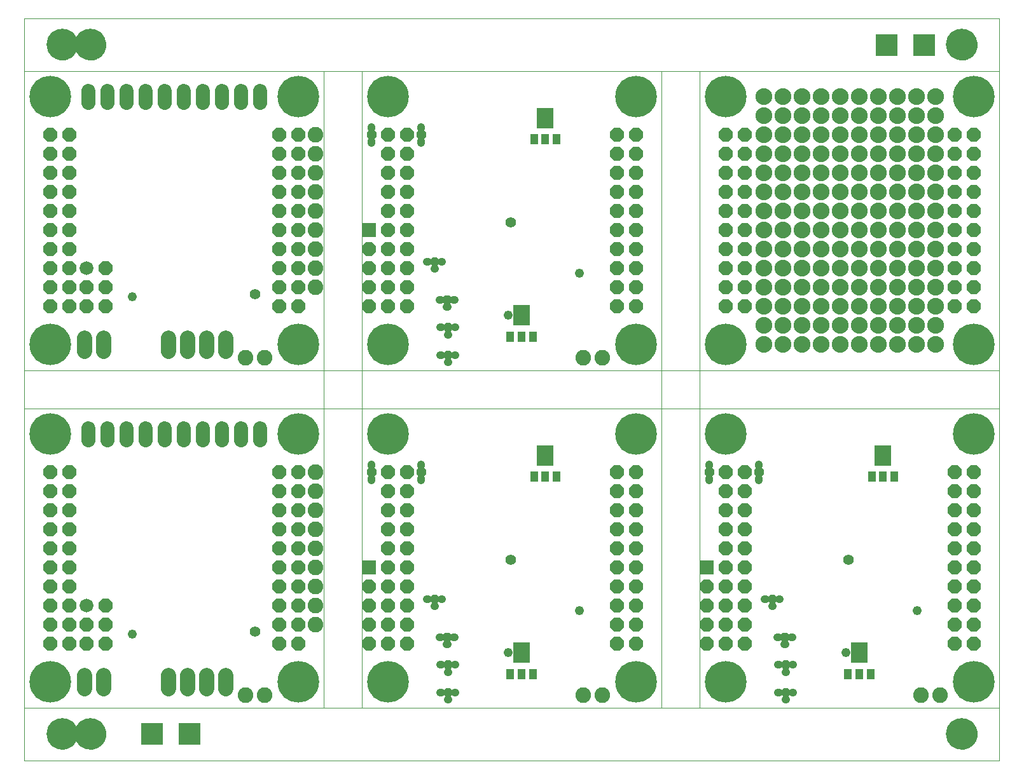
<source format=gbr>
G75*
%MOIN*%
%OFA0B0*%
%FSLAX24Y24*%
%IPPOS*%
%LPD*%
%AMOC8*
5,1,8,0,0,1.08239X$1,22.5*
%
%ADD10C,0.0010*%
%ADD11C,0.0000*%
%ADD12C,0.1655*%
%ADD13R,0.1181X0.1181*%
%ADD14R,0.0720X0.0720*%
%ADD15OC8,0.0720*%
%ADD16C,0.2180*%
%ADD17C,0.0820*%
%ADD18R,0.0395X0.0552*%
%ADD19R,0.0867X0.1064*%
%ADD20R,0.0394X0.0551*%
%ADD21C,0.0395*%
%ADD22C,0.0197*%
%ADD23C,0.0792*%
%ADD24C,0.0720*%
%ADD25C,0.0720*%
%ADD26C,0.0480*%
%ADD27C,0.0560*%
%ADD28C,0.0880*%
D10*
X000233Y000105D02*
X000233Y002865D01*
X035633Y002865D01*
X035633Y018565D01*
X035633Y020565D01*
X033633Y020565D01*
X033633Y018565D01*
X035633Y018565D01*
X051333Y018565D01*
X051333Y020565D01*
X051333Y036265D01*
X035633Y036265D01*
X035633Y020565D01*
X051333Y020565D01*
X051333Y018565D02*
X051333Y002865D01*
X051333Y000105D01*
X000233Y000105D01*
X000233Y002865D02*
X000233Y018565D01*
X015933Y018565D01*
X015933Y020565D01*
X000233Y020565D01*
X000233Y018565D01*
X000233Y020565D02*
X000233Y036265D01*
X000233Y039025D01*
X000233Y036265D02*
X000233Y036265D01*
X015933Y036265D01*
X035633Y036265D01*
X033633Y036265D02*
X033633Y020565D01*
X017933Y020565D01*
X017933Y018575D01*
X017933Y018565D02*
X015933Y018565D01*
X015933Y002865D01*
X000233Y002865D01*
X017933Y002865D02*
X017933Y018565D01*
X033633Y018565D01*
X033633Y002865D01*
X017933Y002865D01*
X035633Y002865D02*
X051333Y002865D01*
X017933Y020565D02*
X015933Y020565D01*
X015933Y036265D01*
X017933Y036265D02*
X033633Y036265D01*
X017933Y036265D02*
X017933Y020565D01*
X051333Y036265D02*
X051333Y039025D01*
D11*
X000233Y039025D01*
X001416Y037645D02*
X001418Y037701D01*
X001424Y037756D01*
X001434Y037810D01*
X001447Y037864D01*
X001465Y037917D01*
X001486Y037968D01*
X001510Y038018D01*
X001538Y038066D01*
X001570Y038112D01*
X001604Y038156D01*
X001642Y038197D01*
X001682Y038235D01*
X001725Y038270D01*
X001770Y038302D01*
X001818Y038331D01*
X001867Y038357D01*
X001918Y038379D01*
X001970Y038397D01*
X002024Y038411D01*
X002079Y038422D01*
X002134Y038429D01*
X002189Y038432D01*
X002245Y038431D01*
X002300Y038426D01*
X002355Y038417D01*
X002409Y038405D01*
X002462Y038388D01*
X002514Y038368D01*
X002564Y038344D01*
X002612Y038317D01*
X002659Y038287D01*
X002703Y038253D01*
X002745Y038216D01*
X002783Y038176D01*
X002820Y038134D01*
X002853Y038089D01*
X002882Y038043D01*
X002909Y037994D01*
X002931Y037943D01*
X002951Y037891D01*
X002966Y037837D01*
X002978Y037783D01*
X002986Y037728D01*
X002990Y037673D01*
X002990Y037617D01*
X002986Y037562D01*
X002978Y037507D01*
X002966Y037453D01*
X002951Y037399D01*
X002931Y037347D01*
X002909Y037296D01*
X002882Y037247D01*
X002853Y037201D01*
X002820Y037156D01*
X002783Y037114D01*
X002745Y037074D01*
X002703Y037037D01*
X002659Y037003D01*
X002612Y036973D01*
X002564Y036946D01*
X002514Y036922D01*
X002462Y036902D01*
X002409Y036885D01*
X002355Y036873D01*
X002300Y036864D01*
X002245Y036859D01*
X002189Y036858D01*
X002134Y036861D01*
X002079Y036868D01*
X002024Y036879D01*
X001970Y036893D01*
X001918Y036911D01*
X001867Y036933D01*
X001818Y036959D01*
X001770Y036988D01*
X001725Y037020D01*
X001682Y037055D01*
X001642Y037093D01*
X001604Y037134D01*
X001570Y037178D01*
X001538Y037224D01*
X001510Y037272D01*
X001486Y037322D01*
X001465Y037373D01*
X001447Y037426D01*
X001434Y037480D01*
X001424Y037534D01*
X001418Y037589D01*
X001416Y037645D01*
X002912Y037645D02*
X002914Y037701D01*
X002920Y037756D01*
X002930Y037810D01*
X002943Y037864D01*
X002961Y037917D01*
X002982Y037968D01*
X003006Y038018D01*
X003034Y038066D01*
X003066Y038112D01*
X003100Y038156D01*
X003138Y038197D01*
X003178Y038235D01*
X003221Y038270D01*
X003266Y038302D01*
X003314Y038331D01*
X003363Y038357D01*
X003414Y038379D01*
X003466Y038397D01*
X003520Y038411D01*
X003575Y038422D01*
X003630Y038429D01*
X003685Y038432D01*
X003741Y038431D01*
X003796Y038426D01*
X003851Y038417D01*
X003905Y038405D01*
X003958Y038388D01*
X004010Y038368D01*
X004060Y038344D01*
X004108Y038317D01*
X004155Y038287D01*
X004199Y038253D01*
X004241Y038216D01*
X004279Y038176D01*
X004316Y038134D01*
X004349Y038089D01*
X004378Y038043D01*
X004405Y037994D01*
X004427Y037943D01*
X004447Y037891D01*
X004462Y037837D01*
X004474Y037783D01*
X004482Y037728D01*
X004486Y037673D01*
X004486Y037617D01*
X004482Y037562D01*
X004474Y037507D01*
X004462Y037453D01*
X004447Y037399D01*
X004427Y037347D01*
X004405Y037296D01*
X004378Y037247D01*
X004349Y037201D01*
X004316Y037156D01*
X004279Y037114D01*
X004241Y037074D01*
X004199Y037037D01*
X004155Y037003D01*
X004108Y036973D01*
X004060Y036946D01*
X004010Y036922D01*
X003958Y036902D01*
X003905Y036885D01*
X003851Y036873D01*
X003796Y036864D01*
X003741Y036859D01*
X003685Y036858D01*
X003630Y036861D01*
X003575Y036868D01*
X003520Y036879D01*
X003466Y036893D01*
X003414Y036911D01*
X003363Y036933D01*
X003314Y036959D01*
X003266Y036988D01*
X003221Y037020D01*
X003178Y037055D01*
X003138Y037093D01*
X003100Y037134D01*
X003066Y037178D01*
X003034Y037224D01*
X003006Y037272D01*
X002982Y037322D01*
X002961Y037373D01*
X002943Y037426D01*
X002930Y037480D01*
X002920Y037534D01*
X002914Y037589D01*
X002912Y037645D01*
X048577Y037645D02*
X048579Y037701D01*
X048585Y037756D01*
X048595Y037810D01*
X048608Y037864D01*
X048626Y037917D01*
X048647Y037968D01*
X048671Y038018D01*
X048699Y038066D01*
X048731Y038112D01*
X048765Y038156D01*
X048803Y038197D01*
X048843Y038235D01*
X048886Y038270D01*
X048931Y038302D01*
X048979Y038331D01*
X049028Y038357D01*
X049079Y038379D01*
X049131Y038397D01*
X049185Y038411D01*
X049240Y038422D01*
X049295Y038429D01*
X049350Y038432D01*
X049406Y038431D01*
X049461Y038426D01*
X049516Y038417D01*
X049570Y038405D01*
X049623Y038388D01*
X049675Y038368D01*
X049725Y038344D01*
X049773Y038317D01*
X049820Y038287D01*
X049864Y038253D01*
X049906Y038216D01*
X049944Y038176D01*
X049981Y038134D01*
X050014Y038089D01*
X050043Y038043D01*
X050070Y037994D01*
X050092Y037943D01*
X050112Y037891D01*
X050127Y037837D01*
X050139Y037783D01*
X050147Y037728D01*
X050151Y037673D01*
X050151Y037617D01*
X050147Y037562D01*
X050139Y037507D01*
X050127Y037453D01*
X050112Y037399D01*
X050092Y037347D01*
X050070Y037296D01*
X050043Y037247D01*
X050014Y037201D01*
X049981Y037156D01*
X049944Y037114D01*
X049906Y037074D01*
X049864Y037037D01*
X049820Y037003D01*
X049773Y036973D01*
X049725Y036946D01*
X049675Y036922D01*
X049623Y036902D01*
X049570Y036885D01*
X049516Y036873D01*
X049461Y036864D01*
X049406Y036859D01*
X049350Y036858D01*
X049295Y036861D01*
X049240Y036868D01*
X049185Y036879D01*
X049131Y036893D01*
X049079Y036911D01*
X049028Y036933D01*
X048979Y036959D01*
X048931Y036988D01*
X048886Y037020D01*
X048843Y037055D01*
X048803Y037093D01*
X048765Y037134D01*
X048731Y037178D01*
X048699Y037224D01*
X048671Y037272D01*
X048647Y037322D01*
X048626Y037373D01*
X048608Y037426D01*
X048595Y037480D01*
X048585Y037534D01*
X048579Y037589D01*
X048577Y037645D01*
X048577Y001489D02*
X048579Y001545D01*
X048585Y001600D01*
X048595Y001654D01*
X048608Y001708D01*
X048626Y001761D01*
X048647Y001812D01*
X048671Y001862D01*
X048699Y001910D01*
X048731Y001956D01*
X048765Y002000D01*
X048803Y002041D01*
X048843Y002079D01*
X048886Y002114D01*
X048931Y002146D01*
X048979Y002175D01*
X049028Y002201D01*
X049079Y002223D01*
X049131Y002241D01*
X049185Y002255D01*
X049240Y002266D01*
X049295Y002273D01*
X049350Y002276D01*
X049406Y002275D01*
X049461Y002270D01*
X049516Y002261D01*
X049570Y002249D01*
X049623Y002232D01*
X049675Y002212D01*
X049725Y002188D01*
X049773Y002161D01*
X049820Y002131D01*
X049864Y002097D01*
X049906Y002060D01*
X049944Y002020D01*
X049981Y001978D01*
X050014Y001933D01*
X050043Y001887D01*
X050070Y001838D01*
X050092Y001787D01*
X050112Y001735D01*
X050127Y001681D01*
X050139Y001627D01*
X050147Y001572D01*
X050151Y001517D01*
X050151Y001461D01*
X050147Y001406D01*
X050139Y001351D01*
X050127Y001297D01*
X050112Y001243D01*
X050092Y001191D01*
X050070Y001140D01*
X050043Y001091D01*
X050014Y001045D01*
X049981Y001000D01*
X049944Y000958D01*
X049906Y000918D01*
X049864Y000881D01*
X049820Y000847D01*
X049773Y000817D01*
X049725Y000790D01*
X049675Y000766D01*
X049623Y000746D01*
X049570Y000729D01*
X049516Y000717D01*
X049461Y000708D01*
X049406Y000703D01*
X049350Y000702D01*
X049295Y000705D01*
X049240Y000712D01*
X049185Y000723D01*
X049131Y000737D01*
X049079Y000755D01*
X049028Y000777D01*
X048979Y000803D01*
X048931Y000832D01*
X048886Y000864D01*
X048843Y000899D01*
X048803Y000937D01*
X048765Y000978D01*
X048731Y001022D01*
X048699Y001068D01*
X048671Y001116D01*
X048647Y001166D01*
X048626Y001217D01*
X048608Y001270D01*
X048595Y001324D01*
X048585Y001378D01*
X048579Y001433D01*
X048577Y001489D01*
X002912Y001489D02*
X002914Y001545D01*
X002920Y001600D01*
X002930Y001654D01*
X002943Y001708D01*
X002961Y001761D01*
X002982Y001812D01*
X003006Y001862D01*
X003034Y001910D01*
X003066Y001956D01*
X003100Y002000D01*
X003138Y002041D01*
X003178Y002079D01*
X003221Y002114D01*
X003266Y002146D01*
X003314Y002175D01*
X003363Y002201D01*
X003414Y002223D01*
X003466Y002241D01*
X003520Y002255D01*
X003575Y002266D01*
X003630Y002273D01*
X003685Y002276D01*
X003741Y002275D01*
X003796Y002270D01*
X003851Y002261D01*
X003905Y002249D01*
X003958Y002232D01*
X004010Y002212D01*
X004060Y002188D01*
X004108Y002161D01*
X004155Y002131D01*
X004199Y002097D01*
X004241Y002060D01*
X004279Y002020D01*
X004316Y001978D01*
X004349Y001933D01*
X004378Y001887D01*
X004405Y001838D01*
X004427Y001787D01*
X004447Y001735D01*
X004462Y001681D01*
X004474Y001627D01*
X004482Y001572D01*
X004486Y001517D01*
X004486Y001461D01*
X004482Y001406D01*
X004474Y001351D01*
X004462Y001297D01*
X004447Y001243D01*
X004427Y001191D01*
X004405Y001140D01*
X004378Y001091D01*
X004349Y001045D01*
X004316Y001000D01*
X004279Y000958D01*
X004241Y000918D01*
X004199Y000881D01*
X004155Y000847D01*
X004108Y000817D01*
X004060Y000790D01*
X004010Y000766D01*
X003958Y000746D01*
X003905Y000729D01*
X003851Y000717D01*
X003796Y000708D01*
X003741Y000703D01*
X003685Y000702D01*
X003630Y000705D01*
X003575Y000712D01*
X003520Y000723D01*
X003466Y000737D01*
X003414Y000755D01*
X003363Y000777D01*
X003314Y000803D01*
X003266Y000832D01*
X003221Y000864D01*
X003178Y000899D01*
X003138Y000937D01*
X003100Y000978D01*
X003066Y001022D01*
X003034Y001068D01*
X003006Y001116D01*
X002982Y001166D01*
X002961Y001217D01*
X002943Y001270D01*
X002930Y001324D01*
X002920Y001378D01*
X002914Y001433D01*
X002912Y001489D01*
X001416Y001489D02*
X001418Y001545D01*
X001424Y001600D01*
X001434Y001654D01*
X001447Y001708D01*
X001465Y001761D01*
X001486Y001812D01*
X001510Y001862D01*
X001538Y001910D01*
X001570Y001956D01*
X001604Y002000D01*
X001642Y002041D01*
X001682Y002079D01*
X001725Y002114D01*
X001770Y002146D01*
X001818Y002175D01*
X001867Y002201D01*
X001918Y002223D01*
X001970Y002241D01*
X002024Y002255D01*
X002079Y002266D01*
X002134Y002273D01*
X002189Y002276D01*
X002245Y002275D01*
X002300Y002270D01*
X002355Y002261D01*
X002409Y002249D01*
X002462Y002232D01*
X002514Y002212D01*
X002564Y002188D01*
X002612Y002161D01*
X002659Y002131D01*
X002703Y002097D01*
X002745Y002060D01*
X002783Y002020D01*
X002820Y001978D01*
X002853Y001933D01*
X002882Y001887D01*
X002909Y001838D01*
X002931Y001787D01*
X002951Y001735D01*
X002966Y001681D01*
X002978Y001627D01*
X002986Y001572D01*
X002990Y001517D01*
X002990Y001461D01*
X002986Y001406D01*
X002978Y001351D01*
X002966Y001297D01*
X002951Y001243D01*
X002931Y001191D01*
X002909Y001140D01*
X002882Y001091D01*
X002853Y001045D01*
X002820Y001000D01*
X002783Y000958D01*
X002745Y000918D01*
X002703Y000881D01*
X002659Y000847D01*
X002612Y000817D01*
X002564Y000790D01*
X002514Y000766D01*
X002462Y000746D01*
X002409Y000729D01*
X002355Y000717D01*
X002300Y000708D01*
X002245Y000703D01*
X002189Y000702D01*
X002134Y000705D01*
X002079Y000712D01*
X002024Y000723D01*
X001970Y000737D01*
X001918Y000755D01*
X001867Y000777D01*
X001818Y000803D01*
X001770Y000832D01*
X001725Y000864D01*
X001682Y000899D01*
X001642Y000937D01*
X001604Y000978D01*
X001570Y001022D01*
X001538Y001068D01*
X001510Y001116D01*
X001486Y001166D01*
X001465Y001217D01*
X001447Y001270D01*
X001434Y001324D01*
X001424Y001378D01*
X001418Y001433D01*
X001416Y001489D01*
D12*
X002203Y001489D03*
X003699Y001489D03*
X049364Y001489D03*
X049364Y037645D03*
X003699Y037645D03*
X002203Y037645D03*
D13*
X045430Y037643D03*
X047398Y037643D03*
X008895Y001487D03*
X006926Y001487D03*
D14*
X018283Y010215D03*
X035983Y010215D03*
X018283Y027915D03*
D15*
X018283Y026915D03*
X019283Y026915D03*
X019283Y027915D03*
X020283Y027915D03*
X020283Y026915D03*
X020283Y025915D03*
X019283Y025915D03*
X018283Y025915D03*
X018283Y024915D03*
X019283Y024915D03*
X020283Y024915D03*
X020283Y023915D03*
X019283Y023915D03*
X018283Y023915D03*
X014583Y023915D03*
X013583Y023915D03*
X013583Y024915D03*
X014583Y024915D03*
X014583Y025915D03*
X013583Y025915D03*
X013583Y026915D03*
X014583Y026915D03*
X014583Y027915D03*
X013583Y027915D03*
X013583Y028915D03*
X014583Y028915D03*
X014583Y029915D03*
X013583Y029915D03*
X013583Y030915D03*
X014583Y030915D03*
X014583Y031915D03*
X013583Y031915D03*
X013583Y032915D03*
X014583Y032915D03*
X019283Y032915D03*
X019283Y031915D03*
X020283Y031915D03*
X020283Y032915D03*
X020283Y030915D03*
X019283Y030915D03*
X019283Y029915D03*
X019283Y028915D03*
X020283Y028915D03*
X020283Y029915D03*
X031283Y029915D03*
X031283Y028915D03*
X032283Y028915D03*
X032283Y029915D03*
X032283Y030915D03*
X031283Y030915D03*
X031283Y031915D03*
X031283Y032915D03*
X032283Y032915D03*
X032283Y031915D03*
X036983Y031915D03*
X036983Y032915D03*
X037983Y032915D03*
X037983Y031915D03*
X037983Y030915D03*
X036983Y030915D03*
X036983Y029915D03*
X036983Y028915D03*
X037983Y028915D03*
X037983Y029915D03*
X037983Y027915D03*
X036983Y027915D03*
X036983Y026915D03*
X037983Y026915D03*
X037983Y025915D03*
X036983Y025915D03*
X036983Y024915D03*
X037983Y024915D03*
X037983Y023915D03*
X036983Y023915D03*
X032283Y023915D03*
X031283Y023915D03*
X031283Y024915D03*
X031283Y025915D03*
X032283Y025915D03*
X032283Y024915D03*
X032283Y026915D03*
X031283Y026915D03*
X031283Y027915D03*
X032283Y027915D03*
X048983Y027915D03*
X048983Y026915D03*
X049983Y026915D03*
X049983Y027915D03*
X049983Y028915D03*
X048983Y028915D03*
X048983Y029915D03*
X049983Y029915D03*
X049983Y030915D03*
X048983Y030915D03*
X048983Y031915D03*
X048983Y032915D03*
X049983Y032915D03*
X049983Y031915D03*
X049983Y025915D03*
X048983Y025915D03*
X048983Y024915D03*
X049983Y024915D03*
X049983Y023915D03*
X048983Y023915D03*
X048983Y015215D03*
X048983Y014215D03*
X049983Y014215D03*
X049983Y015215D03*
X049983Y013215D03*
X048983Y013215D03*
X048983Y012215D03*
X049983Y012215D03*
X049983Y011215D03*
X048983Y011215D03*
X048983Y010215D03*
X048983Y009215D03*
X049983Y009215D03*
X049983Y010215D03*
X049983Y008215D03*
X048983Y008215D03*
X048983Y007215D03*
X049983Y007215D03*
X049983Y006215D03*
X048983Y006215D03*
X037983Y006215D03*
X036983Y006215D03*
X035983Y006215D03*
X035983Y007215D03*
X035983Y008215D03*
X036983Y008215D03*
X036983Y007215D03*
X037983Y007215D03*
X037983Y008215D03*
X037983Y009215D03*
X036983Y009215D03*
X035983Y009215D03*
X036983Y010215D03*
X037983Y010215D03*
X037983Y011215D03*
X036983Y011215D03*
X036983Y012215D03*
X036983Y013215D03*
X037983Y013215D03*
X037983Y012215D03*
X037983Y014215D03*
X036983Y014215D03*
X036983Y015215D03*
X037983Y015215D03*
X032283Y015215D03*
X031283Y015215D03*
X031283Y014215D03*
X032283Y014215D03*
X032283Y013215D03*
X031283Y013215D03*
X031283Y012215D03*
X032283Y012215D03*
X032283Y011215D03*
X031283Y011215D03*
X031283Y010215D03*
X031283Y009215D03*
X032283Y009215D03*
X032283Y010215D03*
X032283Y008215D03*
X031283Y008215D03*
X031283Y007215D03*
X032283Y007215D03*
X032283Y006215D03*
X031283Y006215D03*
X020283Y006215D03*
X019283Y006215D03*
X018283Y006215D03*
X018283Y007215D03*
X018283Y008215D03*
X019283Y008215D03*
X019283Y007215D03*
X020283Y007215D03*
X020283Y008215D03*
X020283Y009215D03*
X019283Y009215D03*
X018283Y009215D03*
X019283Y010215D03*
X020283Y010215D03*
X020283Y011215D03*
X019283Y011215D03*
X019283Y012215D03*
X019283Y013215D03*
X020283Y013215D03*
X020283Y012215D03*
X020283Y014215D03*
X019283Y014215D03*
X019283Y015215D03*
X020283Y015215D03*
X014583Y015215D03*
X013583Y015215D03*
X013583Y014215D03*
X014583Y014215D03*
X014583Y013215D03*
X013583Y013215D03*
X013583Y012215D03*
X014583Y012215D03*
X014583Y011215D03*
X013583Y011215D03*
X013583Y010215D03*
X014583Y010215D03*
X014583Y009215D03*
X013583Y009215D03*
X013583Y008215D03*
X014583Y008215D03*
X014583Y007215D03*
X013583Y007215D03*
X013583Y006215D03*
X014583Y006215D03*
X004483Y006215D03*
X003483Y006215D03*
X002583Y006215D03*
X001583Y006215D03*
X001583Y007215D03*
X001583Y008215D03*
X002583Y008215D03*
X002583Y007215D03*
X003483Y007215D03*
X004483Y007215D03*
X004483Y008215D03*
X002583Y009215D03*
X001583Y009215D03*
X001583Y010215D03*
X002583Y010215D03*
X002583Y011215D03*
X001583Y011215D03*
X001583Y012215D03*
X001583Y013215D03*
X002583Y013215D03*
X002583Y012215D03*
X002583Y014215D03*
X001583Y014215D03*
X001583Y015215D03*
X002583Y015215D03*
X002583Y023915D03*
X003483Y023915D03*
X004483Y023915D03*
X004483Y024915D03*
X003483Y024915D03*
X002583Y024915D03*
X001583Y024915D03*
X001583Y025915D03*
X002583Y025915D03*
X002583Y026915D03*
X001583Y026915D03*
X001583Y027915D03*
X002583Y027915D03*
X002583Y028915D03*
X001583Y028915D03*
X001583Y029915D03*
X002583Y029915D03*
X002583Y030915D03*
X001583Y030915D03*
X001583Y031915D03*
X001583Y032915D03*
X002583Y032915D03*
X002583Y031915D03*
X004483Y025915D03*
X001583Y023915D03*
D16*
X001583Y021915D03*
X001583Y017215D03*
X014583Y017215D03*
X019283Y017215D03*
X019283Y021915D03*
X014583Y021915D03*
X014583Y034915D03*
X019283Y034915D03*
X032283Y034915D03*
X036983Y034915D03*
X049983Y034915D03*
X049983Y021915D03*
X049983Y017215D03*
X036983Y017215D03*
X032283Y017215D03*
X032283Y021915D03*
X036983Y021915D03*
X036983Y004215D03*
X032283Y004215D03*
X019283Y004215D03*
X014583Y004215D03*
X001583Y004215D03*
X001583Y034915D03*
X049983Y004215D03*
D17*
X048233Y003515D03*
X047233Y003515D03*
X030533Y003515D03*
X029533Y003515D03*
X015483Y007215D03*
X015483Y008215D03*
X015483Y009215D03*
X015483Y010215D03*
X015483Y011215D03*
X015483Y012215D03*
X015483Y013215D03*
X015483Y014215D03*
X015483Y015215D03*
X012833Y021215D03*
X011833Y021215D03*
X015483Y024915D03*
X015483Y025915D03*
X015483Y026915D03*
X015483Y027915D03*
X015483Y028915D03*
X015483Y029915D03*
X015483Y030915D03*
X015483Y031915D03*
X015483Y032915D03*
X029533Y021215D03*
X030533Y021215D03*
X012833Y003515D03*
X011833Y003515D03*
D18*
X025693Y004635D03*
X026874Y004635D03*
X026943Y014985D03*
X028124Y014985D03*
X026874Y022335D03*
X025693Y022335D03*
X026943Y032685D03*
X028124Y032685D03*
X044643Y014985D03*
X045824Y014985D03*
X044574Y004635D03*
X043393Y004635D03*
D19*
X043983Y005757D03*
X045233Y016107D03*
X027533Y016107D03*
X026283Y023457D03*
X027533Y033807D03*
X026283Y005757D03*
D20*
X026283Y004635D03*
X027533Y014985D03*
X026283Y022335D03*
X027533Y032685D03*
X045233Y014985D03*
X043983Y004635D03*
D21*
X040533Y005115D02*
X040533Y005115D01*
X040473Y005115D01*
X040473Y005115D01*
X040533Y005115D01*
X040103Y004735D02*
X040103Y004735D01*
X040163Y004735D01*
X040163Y004735D01*
X040103Y004735D01*
X039733Y005115D02*
X039733Y005115D01*
X039793Y005115D01*
X039793Y005115D01*
X039733Y005115D01*
X040053Y006185D02*
X040053Y006185D01*
X040113Y006185D01*
X040113Y006185D01*
X040053Y006185D01*
X039683Y006565D02*
X039683Y006565D01*
X039743Y006565D01*
X039743Y006565D01*
X039683Y006565D01*
X040483Y006565D02*
X040483Y006565D01*
X040423Y006565D01*
X040423Y006565D01*
X040483Y006565D01*
X039403Y008185D02*
X039403Y008185D01*
X039463Y008185D01*
X039463Y008185D01*
X039403Y008185D01*
X039033Y008565D02*
X039033Y008565D01*
X039093Y008565D01*
X039093Y008565D01*
X039033Y008565D01*
X039833Y008565D02*
X039833Y008565D01*
X039773Y008565D01*
X039773Y008565D01*
X039833Y008565D01*
X039733Y003665D02*
X039733Y003665D01*
X039793Y003665D01*
X039793Y003665D01*
X039733Y003665D01*
X040103Y003285D02*
X040103Y003285D01*
X040163Y003285D01*
X040163Y003285D01*
X040103Y003285D01*
X040533Y003665D02*
X040533Y003665D01*
X040473Y003665D01*
X040473Y003665D01*
X040533Y003665D01*
X038733Y014806D02*
X038733Y014806D01*
X038733Y014886D01*
X038733Y014886D01*
X038733Y014806D01*
X038733Y015544D02*
X038733Y015544D01*
X038733Y015624D01*
X038733Y015624D01*
X038733Y015544D01*
X036133Y015544D02*
X036133Y015544D01*
X036133Y015624D01*
X036133Y015624D01*
X036133Y015544D01*
X036133Y014806D02*
X036133Y014806D01*
X036133Y014886D01*
X036133Y014886D01*
X036133Y014806D01*
X022833Y021365D02*
X022833Y021365D01*
X022773Y021365D01*
X022773Y021365D01*
X022833Y021365D01*
X022403Y020985D02*
X022403Y020985D01*
X022463Y020985D01*
X022463Y020985D01*
X022403Y020985D01*
X022033Y021365D02*
X022033Y021365D01*
X022093Y021365D01*
X022093Y021365D01*
X022033Y021365D01*
X022403Y022435D02*
X022403Y022435D01*
X022463Y022435D01*
X022463Y022435D01*
X022403Y022435D01*
X022033Y022815D02*
X022033Y022815D01*
X022093Y022815D01*
X022093Y022815D01*
X022033Y022815D01*
X022833Y022815D02*
X022833Y022815D01*
X022773Y022815D01*
X022773Y022815D01*
X022833Y022815D01*
X022353Y023885D02*
X022353Y023885D01*
X022413Y023885D01*
X022413Y023885D01*
X022353Y023885D01*
X021983Y024265D02*
X021983Y024265D01*
X022043Y024265D01*
X022043Y024265D01*
X021983Y024265D01*
X022783Y024265D02*
X022783Y024265D01*
X022723Y024265D01*
X022723Y024265D01*
X022783Y024265D01*
X021703Y025885D02*
X021703Y025885D01*
X021763Y025885D01*
X021763Y025885D01*
X021703Y025885D01*
X021333Y026265D02*
X021333Y026265D01*
X021393Y026265D01*
X021393Y026265D01*
X021333Y026265D01*
X022133Y026265D02*
X022133Y026265D01*
X022073Y026265D01*
X022073Y026265D01*
X022133Y026265D01*
X021033Y032506D02*
X021033Y032506D01*
X021033Y032586D01*
X021033Y032586D01*
X021033Y032506D01*
X021033Y033244D02*
X021033Y033244D01*
X021033Y033324D01*
X021033Y033324D01*
X021033Y033244D01*
X018433Y033244D02*
X018433Y033244D01*
X018433Y033324D01*
X018433Y033324D01*
X018433Y033244D01*
X018433Y032506D02*
X018433Y032506D01*
X018433Y032586D01*
X018433Y032586D01*
X018433Y032506D01*
X018433Y015544D02*
X018433Y015544D01*
X018433Y015624D01*
X018433Y015624D01*
X018433Y015544D01*
X018433Y014806D02*
X018433Y014806D01*
X018433Y014886D01*
X018433Y014886D01*
X018433Y014806D01*
X021033Y014806D02*
X021033Y014806D01*
X021033Y014886D01*
X021033Y014886D01*
X021033Y014806D01*
X021033Y015544D02*
X021033Y015544D01*
X021033Y015624D01*
X021033Y015624D01*
X021033Y015544D01*
X021333Y008565D02*
X021333Y008565D01*
X021393Y008565D01*
X021393Y008565D01*
X021333Y008565D01*
X021703Y008185D02*
X021703Y008185D01*
X021763Y008185D01*
X021763Y008185D01*
X021703Y008185D01*
X022133Y008565D02*
X022133Y008565D01*
X022073Y008565D01*
X022073Y008565D01*
X022133Y008565D01*
X021983Y006565D02*
X021983Y006565D01*
X022043Y006565D01*
X022043Y006565D01*
X021983Y006565D01*
X022353Y006185D02*
X022353Y006185D01*
X022413Y006185D01*
X022413Y006185D01*
X022353Y006185D01*
X022783Y006565D02*
X022783Y006565D01*
X022723Y006565D01*
X022723Y006565D01*
X022783Y006565D01*
X022833Y005115D02*
X022833Y005115D01*
X022773Y005115D01*
X022773Y005115D01*
X022833Y005115D01*
X022403Y004735D02*
X022403Y004735D01*
X022463Y004735D01*
X022463Y004735D01*
X022403Y004735D01*
X022033Y005115D02*
X022033Y005115D01*
X022093Y005115D01*
X022093Y005115D01*
X022033Y005115D01*
X022033Y003665D02*
X022033Y003665D01*
X022093Y003665D01*
X022093Y003665D01*
X022033Y003665D01*
X022403Y003285D02*
X022403Y003285D01*
X022463Y003285D01*
X022463Y003285D01*
X022403Y003285D01*
X022833Y003665D02*
X022833Y003665D01*
X022773Y003665D01*
X022773Y003665D01*
X022833Y003665D01*
D22*
X022532Y003804D02*
X022532Y003526D01*
X022334Y003526D01*
X022334Y003804D01*
X022532Y003804D01*
X022532Y003722D02*
X022334Y003722D01*
X022532Y004976D02*
X022532Y005254D01*
X022532Y004976D02*
X022334Y004976D01*
X022334Y005254D01*
X022532Y005254D01*
X022532Y005172D02*
X022334Y005172D01*
X022482Y006426D02*
X022482Y006704D01*
X022482Y006426D02*
X022284Y006426D01*
X022284Y006704D01*
X022482Y006704D01*
X022482Y006622D02*
X022284Y006622D01*
X021832Y008426D02*
X021832Y008704D01*
X021832Y008426D02*
X021634Y008426D01*
X021634Y008704D01*
X021832Y008704D01*
X021832Y008622D02*
X021634Y008622D01*
X021172Y015116D02*
X020894Y015116D01*
X020894Y015314D01*
X021172Y015314D01*
X021172Y015116D01*
X021172Y015312D02*
X020894Y015312D01*
X018572Y015116D02*
X018294Y015116D01*
X018294Y015314D01*
X018572Y015314D01*
X018572Y015116D01*
X018572Y015312D02*
X018294Y015312D01*
X022532Y021226D02*
X022532Y021504D01*
X022532Y021226D02*
X022334Y021226D01*
X022334Y021504D01*
X022532Y021504D01*
X022532Y021422D02*
X022334Y021422D01*
X022532Y022676D02*
X022532Y022954D01*
X022532Y022676D02*
X022334Y022676D01*
X022334Y022954D01*
X022532Y022954D01*
X022532Y022872D02*
X022334Y022872D01*
X022482Y024126D02*
X022482Y024404D01*
X022482Y024126D02*
X022284Y024126D01*
X022284Y024404D01*
X022482Y024404D01*
X022482Y024322D02*
X022284Y024322D01*
X021832Y026126D02*
X021832Y026404D01*
X021832Y026126D02*
X021634Y026126D01*
X021634Y026404D01*
X021832Y026404D01*
X021832Y026322D02*
X021634Y026322D01*
X021172Y032816D02*
X020894Y032816D01*
X020894Y033014D01*
X021172Y033014D01*
X021172Y032816D01*
X021172Y033012D02*
X020894Y033012D01*
X018572Y032816D02*
X018294Y032816D01*
X018294Y033014D01*
X018572Y033014D01*
X018572Y032816D01*
X018572Y033012D02*
X018294Y033012D01*
X035994Y015116D02*
X036272Y015116D01*
X035994Y015116D02*
X035994Y015314D01*
X036272Y015314D01*
X036272Y015116D01*
X036272Y015312D02*
X035994Y015312D01*
X038594Y015116D02*
X038872Y015116D01*
X038594Y015116D02*
X038594Y015314D01*
X038872Y015314D01*
X038872Y015116D01*
X038872Y015312D02*
X038594Y015312D01*
X039532Y008704D02*
X039532Y008426D01*
X039334Y008426D01*
X039334Y008704D01*
X039532Y008704D01*
X039532Y008622D02*
X039334Y008622D01*
X040182Y006704D02*
X040182Y006426D01*
X039984Y006426D01*
X039984Y006704D01*
X040182Y006704D01*
X040182Y006622D02*
X039984Y006622D01*
X040232Y005254D02*
X040232Y004976D01*
X040034Y004976D01*
X040034Y005254D01*
X040232Y005254D01*
X040232Y005172D02*
X040034Y005172D01*
X040232Y003804D02*
X040232Y003526D01*
X040034Y003526D01*
X040034Y003804D01*
X040232Y003804D01*
X040232Y003722D02*
X040034Y003722D01*
D23*
X010783Y003859D02*
X010783Y004571D01*
X009783Y004571D02*
X009783Y003859D01*
X008783Y003859D02*
X008783Y004571D01*
X007783Y004571D02*
X007783Y003859D01*
X004383Y003859D02*
X004383Y004571D01*
X003383Y004571D02*
X003383Y003859D01*
X003383Y021559D02*
X003383Y022271D01*
X004383Y022271D02*
X004383Y021559D01*
X007783Y021559D02*
X007783Y022271D01*
X008783Y022271D02*
X008783Y021559D01*
X009783Y021559D02*
X009783Y022271D01*
X010783Y022271D02*
X010783Y021559D01*
D24*
X003483Y025915D03*
X003483Y008215D03*
D25*
X003583Y016895D02*
X003583Y017535D01*
X004583Y017535D02*
X004583Y016895D01*
X005583Y016895D02*
X005583Y017535D01*
X006583Y017535D02*
X006583Y016895D01*
X007583Y016895D02*
X007583Y017535D01*
X008583Y017535D02*
X008583Y016895D01*
X009583Y016895D02*
X009583Y017535D01*
X010583Y017535D02*
X010583Y016895D01*
X011583Y016895D02*
X011583Y017535D01*
X012583Y017535D02*
X012583Y016895D01*
X012583Y034595D02*
X012583Y035235D01*
X011583Y035235D02*
X011583Y034595D01*
X010583Y034595D02*
X010583Y035235D01*
X009583Y035235D02*
X009583Y034595D01*
X008583Y034595D02*
X008583Y035235D01*
X007583Y035235D02*
X007583Y034595D01*
X006583Y034595D02*
X006583Y035235D01*
X005583Y035235D02*
X005583Y034595D01*
X004583Y034595D02*
X004583Y035235D01*
X003583Y035235D02*
X003583Y034595D01*
D26*
X005883Y024415D03*
X025583Y023465D03*
X029333Y025665D03*
X029333Y007965D03*
X025583Y005765D03*
X043283Y005765D03*
X047033Y007965D03*
X005883Y006715D03*
D27*
X012333Y006865D03*
X025733Y010615D03*
X043433Y010615D03*
X025733Y028315D03*
X012333Y024565D03*
D28*
X038983Y024915D03*
X038983Y025915D03*
X039983Y025915D03*
X039983Y024915D03*
X040983Y024915D03*
X040983Y025915D03*
X041983Y025915D03*
X041983Y024915D03*
X042983Y024915D03*
X042983Y025915D03*
X043983Y025915D03*
X043983Y024915D03*
X044983Y024915D03*
X045983Y024915D03*
X045983Y025915D03*
X044983Y025915D03*
X044983Y026915D03*
X045983Y026915D03*
X045983Y027915D03*
X044983Y027915D03*
X043983Y027915D03*
X042983Y027915D03*
X041983Y027915D03*
X040983Y027915D03*
X039983Y027915D03*
X038983Y027915D03*
X038983Y026915D03*
X039983Y026915D03*
X040983Y026915D03*
X041983Y026915D03*
X042983Y026915D03*
X043983Y026915D03*
X043983Y028915D03*
X042983Y028915D03*
X041983Y028915D03*
X040983Y028915D03*
X039983Y028915D03*
X038983Y028915D03*
X038983Y029915D03*
X039983Y029915D03*
X040983Y029915D03*
X041983Y029915D03*
X042983Y029915D03*
X043983Y029915D03*
X044983Y029915D03*
X045983Y029915D03*
X045983Y028915D03*
X044983Y028915D03*
X046983Y028915D03*
X046983Y029915D03*
X047983Y029915D03*
X047983Y028915D03*
X047983Y027915D03*
X046983Y027915D03*
X046983Y026915D03*
X047983Y026915D03*
X047983Y025915D03*
X046983Y025915D03*
X046983Y024915D03*
X047983Y024915D03*
X047983Y023915D03*
X046983Y023915D03*
X045983Y023915D03*
X044983Y023915D03*
X043983Y023915D03*
X042983Y023915D03*
X041983Y023915D03*
X040983Y023915D03*
X039983Y023915D03*
X038983Y023915D03*
X038983Y022915D03*
X039983Y022915D03*
X040983Y022915D03*
X041983Y022915D03*
X042983Y022915D03*
X043983Y022915D03*
X044983Y022915D03*
X045983Y022915D03*
X046983Y022915D03*
X047983Y022915D03*
X047983Y021915D03*
X046983Y021915D03*
X045983Y021915D03*
X044983Y021915D03*
X043983Y021915D03*
X042983Y021915D03*
X041983Y021915D03*
X040983Y021915D03*
X039983Y021915D03*
X038983Y021915D03*
X038983Y030915D03*
X039983Y030915D03*
X040983Y030915D03*
X041983Y030915D03*
X042983Y030915D03*
X043983Y030915D03*
X044983Y030915D03*
X045983Y030915D03*
X046983Y030915D03*
X047983Y030915D03*
X047983Y031915D03*
X046983Y031915D03*
X045983Y031915D03*
X044983Y031915D03*
X043983Y031915D03*
X042983Y031915D03*
X041983Y031915D03*
X040983Y031915D03*
X039983Y031915D03*
X038983Y031915D03*
X038983Y032915D03*
X039983Y032915D03*
X040983Y032915D03*
X041983Y032915D03*
X042983Y032915D03*
X043983Y032915D03*
X044983Y032915D03*
X045983Y032915D03*
X046983Y032915D03*
X047983Y032915D03*
X047983Y033915D03*
X046983Y033915D03*
X045983Y033915D03*
X044983Y033915D03*
X043983Y033915D03*
X042983Y033915D03*
X041983Y033915D03*
X040983Y033915D03*
X039983Y033915D03*
X038983Y033915D03*
X038983Y034915D03*
X039983Y034915D03*
X040983Y034915D03*
X041983Y034915D03*
X042983Y034915D03*
X043983Y034915D03*
X044983Y034915D03*
X045983Y034915D03*
X046983Y034915D03*
X047983Y034915D03*
M02*

</source>
